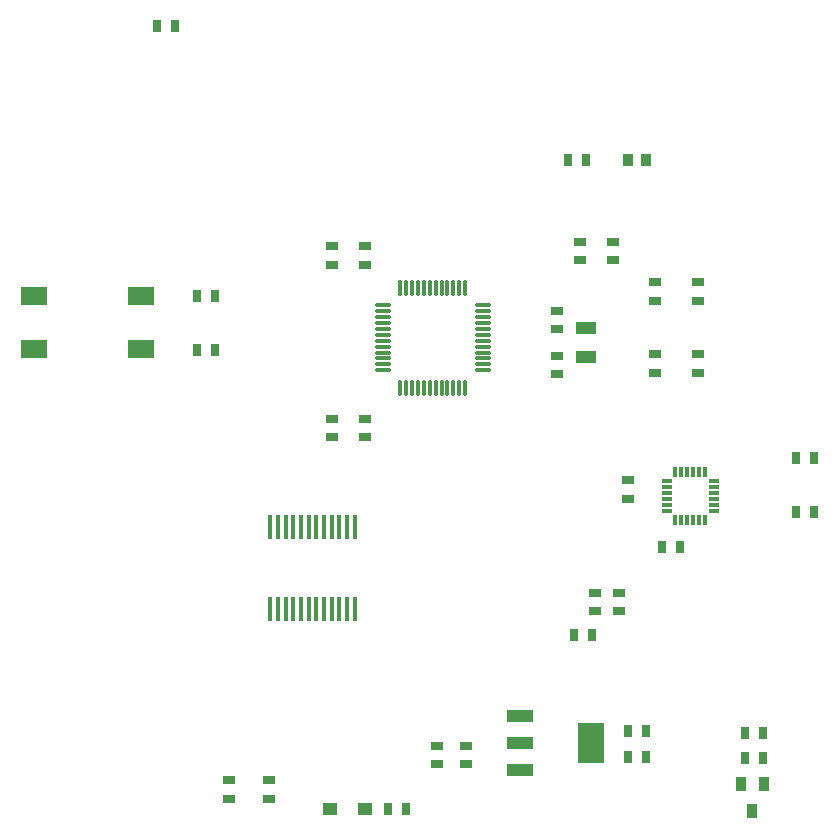
<source format=gtp>
G04*
G04 #@! TF.GenerationSoftware,Altium Limited,Altium Designer,24.1.2 (44)*
G04*
G04 Layer_Color=8421504*
%FSLAX25Y25*%
%MOIN*%
G70*
G04*
G04 #@! TF.SameCoordinates,54947B92-0A28-480F-A94A-97EC875EE3EC*
G04*
G04*
G04 #@! TF.FilePolarity,Positive*
G04*
G01*
G75*
%ADD21R,0.03000X0.04000*%
%ADD22R,0.04000X0.03000*%
%ADD23O,0.01063X0.05906*%
%ADD24O,0.05906X0.01063*%
%ADD25R,0.08661X0.03937*%
%ADD26R,0.08661X0.13780*%
%ADD27R,0.01181X0.03543*%
%ADD28R,0.03543X0.01181*%
%ADD29R,0.03500X0.05000*%
%ADD30R,0.07087X0.03937*%
%ADD31O,0.01433X0.08197*%
%ADD32R,0.04921X0.03937*%
%ADD33R,0.09055X0.05906*%
%ADD34R,0.03661X0.03858*%
D21*
X187469Y261000D02*
D03*
X193532D02*
D03*
X195563Y102500D02*
D03*
X189500D02*
D03*
X56532Y305500D02*
D03*
X50468D02*
D03*
X70031Y215500D02*
D03*
X63968D02*
D03*
X63968Y197500D02*
D03*
X70031D02*
D03*
X269531Y143500D02*
D03*
X263469D02*
D03*
X269531Y161500D02*
D03*
X263469D02*
D03*
X218969Y132000D02*
D03*
X225031D02*
D03*
X252532Y61500D02*
D03*
X246468D02*
D03*
X207469Y70500D02*
D03*
X213531D02*
D03*
X213531Y62000D02*
D03*
X207469D02*
D03*
X127469Y44500D02*
D03*
X133531D02*
D03*
X252532Y70000D02*
D03*
X246468D02*
D03*
D22*
X207500Y154032D02*
D03*
Y147968D02*
D03*
X191500Y233531D02*
D03*
Y227468D02*
D03*
X202500D02*
D03*
Y233531D02*
D03*
X231000Y196031D02*
D03*
Y189969D02*
D03*
X216500Y190000D02*
D03*
Y196063D02*
D03*
X231000Y220031D02*
D03*
Y213968D02*
D03*
X216500D02*
D03*
Y220031D02*
D03*
X109000Y168468D02*
D03*
Y174531D02*
D03*
X120000D02*
D03*
Y168468D02*
D03*
Y225969D02*
D03*
X120000Y232031D02*
D03*
X109000Y232031D02*
D03*
Y225969D02*
D03*
X196500Y110468D02*
D03*
Y116532D02*
D03*
X204500Y110468D02*
D03*
Y116532D02*
D03*
X184000Y195531D02*
D03*
Y189469D02*
D03*
X184000Y204468D02*
D03*
X184000Y210531D02*
D03*
X153500Y59469D02*
D03*
Y65531D02*
D03*
X144000D02*
D03*
Y59469D02*
D03*
X88000Y47969D02*
D03*
Y54031D02*
D03*
X74500Y54031D02*
D03*
Y47969D02*
D03*
D23*
X153264Y184855D02*
D03*
X151295Y184854D02*
D03*
X149327Y184855D02*
D03*
X147358Y184854D02*
D03*
X145390Y184855D02*
D03*
X143421Y184854D02*
D03*
X141453Y184855D02*
D03*
X139484Y184854D02*
D03*
X137516Y184855D02*
D03*
X135547Y184854D02*
D03*
X133579Y184855D02*
D03*
X131610Y184854D02*
D03*
X131611Y218318D02*
D03*
X133580Y218319D02*
D03*
X135548Y218318D02*
D03*
X137517Y218319D02*
D03*
X139485Y218318D02*
D03*
X141454Y218319D02*
D03*
X143422Y218318D02*
D03*
X145391Y218319D02*
D03*
X147359Y218318D02*
D03*
X149328Y218319D02*
D03*
X151296Y218318D02*
D03*
X153265Y218319D02*
D03*
D24*
X125706Y190759D02*
D03*
X125706Y192729D02*
D03*
Y194696D02*
D03*
X125706Y196666D02*
D03*
X125706Y198633D02*
D03*
X125706Y200603D02*
D03*
X125706Y202570D02*
D03*
X125706Y204540D02*
D03*
X125706Y206507D02*
D03*
X125706Y208477D02*
D03*
Y210444D02*
D03*
Y212414D02*
D03*
X159169D02*
D03*
Y210444D02*
D03*
Y208477D02*
D03*
Y206507D02*
D03*
Y204540D02*
D03*
Y202570D02*
D03*
Y200603D02*
D03*
Y198633D02*
D03*
Y196666D02*
D03*
Y194696D02*
D03*
Y192729D02*
D03*
Y190759D02*
D03*
D25*
X171689Y75555D02*
D03*
Y66500D02*
D03*
Y57445D02*
D03*
D26*
X195311Y66500D02*
D03*
D27*
X233208Y140996D02*
D03*
X231240D02*
D03*
X229271D02*
D03*
X227303D02*
D03*
X225334D02*
D03*
X223366D02*
D03*
Y156744D02*
D03*
X225334D02*
D03*
X227303D02*
D03*
X229271D02*
D03*
X231240D02*
D03*
X233208D02*
D03*
D28*
X220413Y143949D02*
D03*
Y145917D02*
D03*
Y147886D02*
D03*
Y149854D02*
D03*
Y151823D02*
D03*
Y153791D02*
D03*
X236161D02*
D03*
Y151823D02*
D03*
Y149854D02*
D03*
Y147886D02*
D03*
Y145917D02*
D03*
Y143949D02*
D03*
D29*
X252740Y53000D02*
D03*
X245260Y53000D02*
D03*
X249000Y44000D02*
D03*
D30*
X193567Y195122D02*
D03*
Y204965D02*
D03*
D31*
X116454Y138532D02*
D03*
X113895D02*
D03*
X111336D02*
D03*
X108777D02*
D03*
X106218D02*
D03*
X103659D02*
D03*
X101100D02*
D03*
X98541D02*
D03*
X95982D02*
D03*
X93423D02*
D03*
X90864D02*
D03*
X88305D02*
D03*
X116454Y111043D02*
D03*
X113895D02*
D03*
X111336D02*
D03*
X108777D02*
D03*
X106218D02*
D03*
X103659D02*
D03*
X101100D02*
D03*
X98541D02*
D03*
X95982D02*
D03*
X93423D02*
D03*
X90864D02*
D03*
X88305D02*
D03*
D32*
X108193Y44500D02*
D03*
X119807D02*
D03*
D33*
X9386Y215509D02*
D03*
X45213Y215508D02*
D03*
X9386Y197792D02*
D03*
X45213D02*
D03*
D34*
X207437Y261000D02*
D03*
X213500D02*
D03*
M02*

</source>
